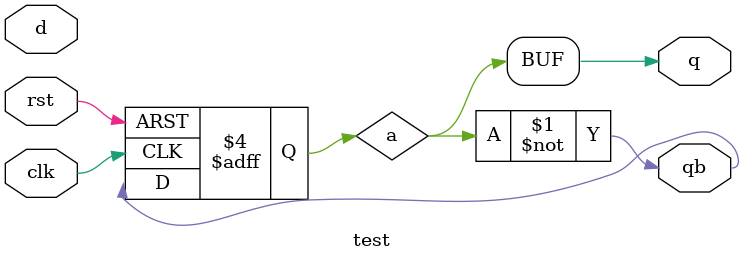
<source format=v>

module test( 	input d,
		input clk,
		input rst,
		output q,
		output qb);

	reg a;
	assign q = a;
	assign qb = ~a;
	
	always @(posedge clk or negedge rst) begin

		if(!rst)
			a = 1'b0;
		else
			a = qb;
	
	end 

endmodule 

</source>
